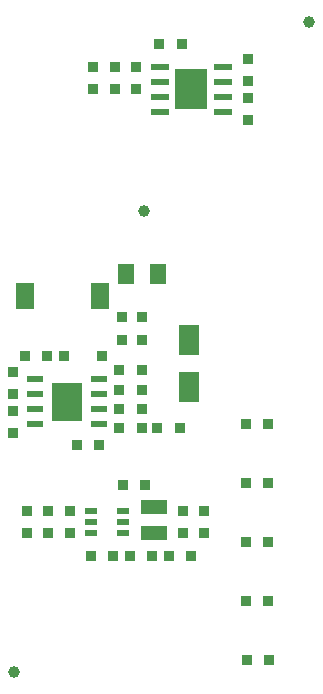
<source format=gtp>
G04*
G04 #@! TF.GenerationSoftware,Altium Limited,Altium Designer,20.0.11 (256)*
G04*
G04 Layer_Color=8421504*
%FSLAX44Y44*%
%MOMM*%
G71*
G01*
G75*
%ADD16R,1.1000X0.6000*%
%ADD17R,1.4500X0.6000*%
%ADD18R,2.5100X3.3000*%
%ADD19R,1.5500X0.6000*%
%ADD20R,2.7100X3.4000*%
%ADD21R,2.2200X1.2000*%
%ADD22R,1.7000X2.5000*%
%ADD23R,1.6000X2.2000*%
%ADD24R,0.9000X0.9500*%
%ADD25R,1.4400X1.8200*%
%ADD26R,0.9000X0.9000*%
%ADD27R,0.9000X0.9000*%
%ADD28C,1.0000*%
D16*
X122000Y166000D02*
D03*
Y156500D02*
D03*
Y147000D02*
D03*
X95000D02*
D03*
Y156500D02*
D03*
Y166000D02*
D03*
D17*
X47500Y277400D02*
D03*
Y264700D02*
D03*
Y252000D02*
D03*
Y239300D02*
D03*
X102000Y277400D02*
D03*
Y264700D02*
D03*
Y252000D02*
D03*
Y239300D02*
D03*
D18*
X74750Y258350D02*
D03*
D19*
X207043Y503950D02*
D03*
Y516650D02*
D03*
Y529350D02*
D03*
Y542050D02*
D03*
X153043Y503950D02*
D03*
Y516650D02*
D03*
Y529350D02*
D03*
Y542050D02*
D03*
D20*
X180043Y523000D02*
D03*
D21*
X148000Y169200D02*
D03*
Y147000D02*
D03*
D22*
X178000Y311000D02*
D03*
Y271000D02*
D03*
D23*
X39000Y348000D02*
D03*
X103000D02*
D03*
D24*
X72500Y297000D02*
D03*
X104000D02*
D03*
D25*
X151720Y367000D02*
D03*
X125000D02*
D03*
D26*
X245000Y240000D02*
D03*
X226000D02*
D03*
X172000Y561000D02*
D03*
X153000D02*
D03*
X180000Y128000D02*
D03*
X161000D02*
D03*
X114000D02*
D03*
X95000D02*
D03*
X147000D02*
D03*
X128000D02*
D03*
X122000Y188000D02*
D03*
X141000D02*
D03*
X58000Y297000D02*
D03*
X39000D02*
D03*
X102000Y222000D02*
D03*
X83000D02*
D03*
X119000Y252000D02*
D03*
X138000D02*
D03*
X151000Y236000D02*
D03*
X170000D02*
D03*
X119000Y268000D02*
D03*
X138000D02*
D03*
Y285000D02*
D03*
X119000D02*
D03*
Y236000D02*
D03*
X138000D02*
D03*
X246000Y40000D02*
D03*
X227000D02*
D03*
X245000Y90000D02*
D03*
X226000D02*
D03*
X245000Y140000D02*
D03*
X226000D02*
D03*
X245000Y190000D02*
D03*
X226000D02*
D03*
D27*
X41000Y166000D02*
D03*
Y147000D02*
D03*
X59000Y166000D02*
D03*
Y147000D02*
D03*
X173000Y166000D02*
D03*
Y147000D02*
D03*
X191000Y166000D02*
D03*
Y147000D02*
D03*
X133000Y523000D02*
D03*
Y542000D02*
D03*
X228000Y549000D02*
D03*
Y530000D02*
D03*
X115000Y523000D02*
D03*
Y542000D02*
D03*
X97000D02*
D03*
Y523000D02*
D03*
X77000Y166000D02*
D03*
Y147000D02*
D03*
X228000Y516000D02*
D03*
Y497000D02*
D03*
X29000Y265000D02*
D03*
Y284000D02*
D03*
X121000Y330000D02*
D03*
Y311000D02*
D03*
X29000Y251000D02*
D03*
Y232000D02*
D03*
X138000Y311000D02*
D03*
Y330000D02*
D03*
D28*
X30000Y30000D02*
D03*
X140000Y420000D02*
D03*
X280000Y580000D02*
D03*
M02*

</source>
